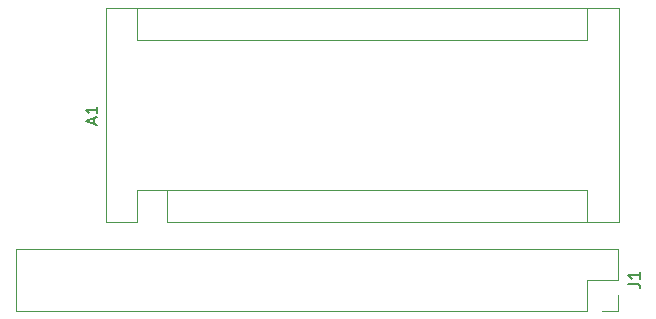
<source format=gbr>
G04 #@! TF.GenerationSoftware,KiCad,Pcbnew,(5.1.0-0)*
G04 #@! TF.CreationDate,2019-11-12T18:04:14-08:00*
G04 #@! TF.ProjectId,ArduinoSerialCard,41726475-696e-46f5-9365-7269616c4361,rev?*
G04 #@! TF.SameCoordinates,Original*
G04 #@! TF.FileFunction,Legend,Top*
G04 #@! TF.FilePolarity,Positive*
%FSLAX46Y46*%
G04 Gerber Fmt 4.6, Leading zero omitted, Abs format (unit mm)*
G04 Created by KiCad (PCBNEW (5.1.0-0)) date 2019-11-12 18:04:14*
%MOMM*%
%LPD*%
G04 APERTURE LIST*
%ADD10C,0.120000*%
%ADD11C,0.150000*%
G04 APERTURE END LIST*
D10*
X186750000Y-81280000D02*
X186750000Y-82610000D01*
X186750000Y-82610000D02*
X185420000Y-82610000D01*
X186750000Y-80010000D02*
X184150000Y-80010000D01*
X184150000Y-80010000D02*
X184150000Y-82610000D01*
X184150000Y-82610000D02*
X135830000Y-82610000D01*
X135830000Y-77410000D02*
X135830000Y-82610000D01*
X186750000Y-77410000D02*
X135830000Y-77410000D01*
X186750000Y-77410000D02*
X186750000Y-80010000D01*
X143380000Y-57020000D02*
X143380000Y-75060000D01*
X186820000Y-57020000D02*
X143380000Y-57020000D01*
X186820000Y-75060000D02*
X186820000Y-57020000D01*
X184150000Y-72390000D02*
X184150000Y-75060000D01*
X148590000Y-72390000D02*
X184150000Y-72390000D01*
X148590000Y-72390000D02*
X148590000Y-75060000D01*
X184150000Y-59690000D02*
X184150000Y-57020000D01*
X146050000Y-59690000D02*
X184150000Y-59690000D01*
X146050000Y-59690000D02*
X146050000Y-57020000D01*
X143380000Y-75060000D02*
X146050000Y-75060000D01*
X148590000Y-75060000D02*
X186820000Y-75060000D01*
X146050000Y-72390000D02*
X146050000Y-75060000D01*
X148590000Y-72390000D02*
X146050000Y-72390000D01*
D11*
X187642380Y-80343333D02*
X188356666Y-80343333D01*
X188499523Y-80390952D01*
X188594761Y-80486190D01*
X188642380Y-80629047D01*
X188642380Y-80724285D01*
X188642380Y-79343333D02*
X188642380Y-79914761D01*
X188642380Y-79629047D02*
X187642380Y-79629047D01*
X187785238Y-79724285D01*
X187880476Y-79819523D01*
X187928095Y-79914761D01*
X142406666Y-66754285D02*
X142406666Y-66278095D01*
X142692380Y-66849523D02*
X141692380Y-66516190D01*
X142692380Y-66182857D01*
X142692380Y-65325714D02*
X142692380Y-65897142D01*
X142692380Y-65611428D02*
X141692380Y-65611428D01*
X141835238Y-65706666D01*
X141930476Y-65801904D01*
X141978095Y-65897142D01*
M02*

</source>
